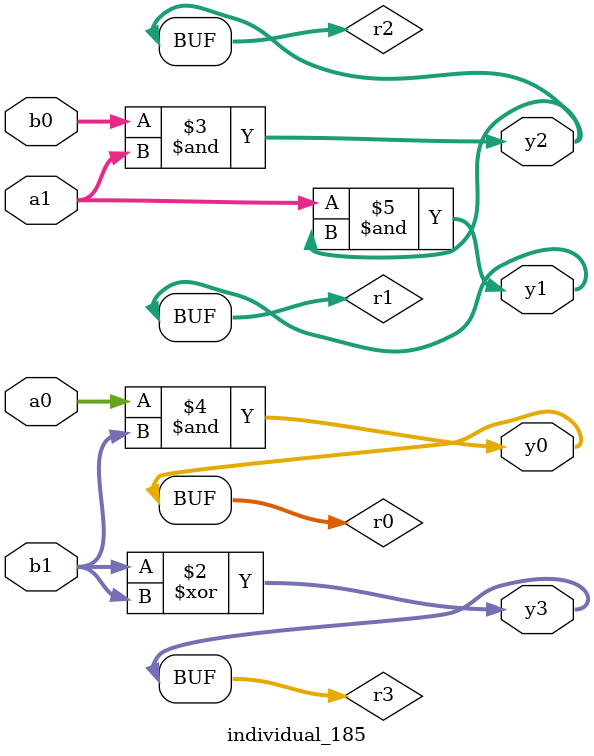
<source format=sv>
module individual_185(input logic [15:0] a1, input logic [15:0] a0, input logic [15:0] b1, input logic [15:0] b0, output logic [15:0] y3, output logic [15:0] y2, output logic [15:0] y1, output logic [15:0] y0);
logic [15:0] r0, r1, r2, r3;  always@(*) begin 	 r0 = a0; r1 = a1; r2 = b0; r3 = b1;  	 r3  ^=  b1 ; 	 r2  &=  a1 ; 	 r0  &=  b1 ; 	 r1  &=  r2 ; 	 y3 = r3; y2 = r2; y1 = r1; y0 = r0; end
endmodule
</source>
